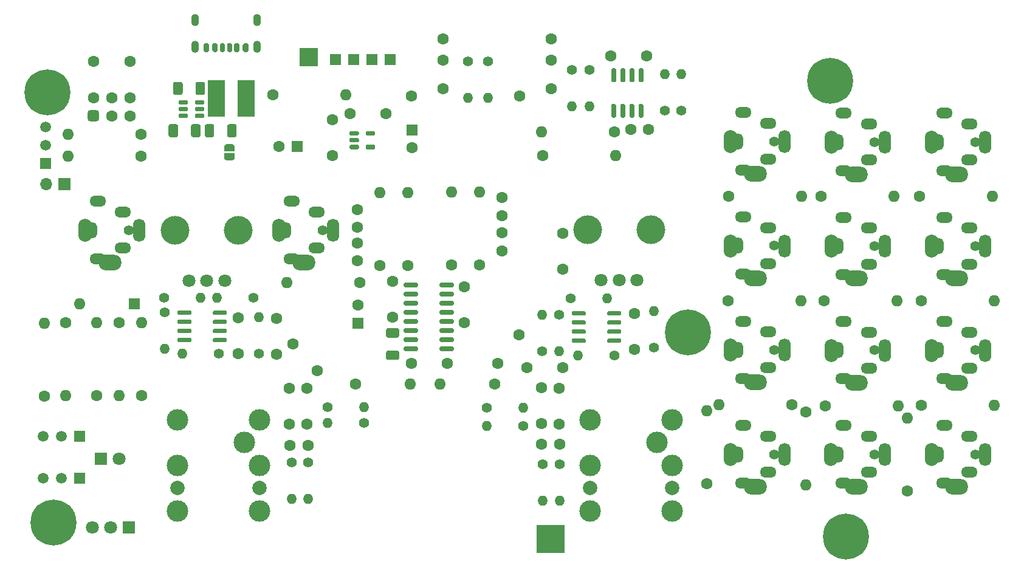
<source format=gts>
G04 #@! TF.GenerationSoftware,KiCad,Pcbnew,8.0.6*
G04 #@! TF.CreationDate,2024-11-06T00:44:51+01:00*
G04 #@! TF.ProjectId,spider2,73706964-6572-4322-9e6b-696361645f70,rev?*
G04 #@! TF.SameCoordinates,Original*
G04 #@! TF.FileFunction,Soldermask,Top*
G04 #@! TF.FilePolarity,Negative*
%FSLAX46Y46*%
G04 Gerber Fmt 4.6, Leading zero omitted, Abs format (unit mm)*
G04 Created by KiCad (PCBNEW 8.0.6) date 2024-11-06 00:44:51*
%MOMM*%
%LPD*%
G01*
G04 APERTURE LIST*
%ADD10C,1.400000*%
%ADD11O,1.400000X1.400000*%
%ADD12C,1.600000*%
%ADD13O,1.600000X1.600000*%
%ADD14R,1.600000X1.600000*%
%ADD15R,2.500000X2.500000*%
%ADD16O,2.300000X1.500000*%
%ADD17O,1.703200X3.203200*%
%ADD18O,1.903200X3.203200*%
%ADD19O,1.500000X2.300000*%
%ADD20O,3.203200X2.203200*%
%ADD21C,0.800000*%
%ADD22C,6.400000*%
%ADD23C,3.000000*%
%ADD24C,2.000000*%
%ADD25O,1.100000X1.700000*%
%ADD26R,1.500000X1.500000*%
%ADD27C,1.500000*%
%ADD28C,4.000000*%
%ADD29C,1.800000*%
%ADD30R,1.700000X1.700000*%
%ADD31O,1.700000X1.700000*%
%ADD32R,1.800000X1.800000*%
%ADD33R,2.350000X5.100000*%
%ADD34R,4.000000X4.000000*%
G04 APERTURE END LIST*
D10*
X225940000Y-73240000D03*
D11*
X225940000Y-68160000D03*
D12*
X147799400Y-33323400D03*
X152879400Y-33323400D03*
G36*
G01*
X147399400Y-40143400D02*
X148199400Y-40143400D01*
G75*
G02*
X148599400Y-40543400I0J-400000D01*
G01*
X148599400Y-41343400D01*
G75*
G02*
X148199400Y-41743400I-400000J0D01*
G01*
X147399400Y-41743400D01*
G75*
G02*
X146999400Y-41343400I0J400000D01*
G01*
X146999400Y-40543400D01*
G75*
G02*
X147399400Y-40143400I400000J0D01*
G01*
G37*
X150339400Y-40943400D03*
X152879400Y-40943400D03*
X147799400Y-38403400D03*
X150339400Y-38403400D03*
X152879400Y-38403400D03*
X262920000Y-52200000D03*
D13*
X273080000Y-52200000D03*
D12*
X219851600Y-32588200D03*
X224851600Y-32588200D03*
D10*
X214330000Y-66370000D03*
D11*
X219410000Y-66370000D03*
D10*
X227431600Y-40233600D03*
D11*
X227431600Y-35153600D03*
D12*
X187750000Y-61800000D03*
D13*
X187750000Y-51640000D03*
D10*
X220370000Y-74340000D03*
D11*
X215290000Y-74340000D03*
D12*
X263120000Y-81300000D03*
D13*
X273280000Y-81300000D03*
D10*
X177690000Y-89220000D03*
D11*
X177690000Y-94300000D03*
D14*
X192230000Y-42900000D03*
D12*
X192230000Y-45400000D03*
X204750000Y-52350000D03*
X204750000Y-54850000D03*
X204750000Y-59750000D03*
X204750000Y-57250000D03*
D14*
X153475000Y-67125000D03*
D13*
X145855000Y-67125000D03*
D12*
X154460000Y-46600000D03*
D13*
X144300000Y-46600000D03*
D10*
X202800000Y-33400000D03*
D11*
X202800000Y-38480000D03*
D12*
X208175000Y-76050000D03*
X213175000Y-76050000D03*
D15*
X177800000Y-32775000D03*
D16*
X238349112Y-92100000D03*
X241849112Y-90600000D03*
D10*
X242649112Y-88100000D03*
D17*
X244078391Y-88126253D03*
D18*
X236578391Y-88126253D03*
D19*
X237549112Y-88100000D03*
D16*
X238349112Y-84100000D03*
D20*
X240078391Y-92626253D03*
D16*
X241849112Y-85600000D03*
D21*
X248019532Y-36102461D03*
X248722476Y-34405405D03*
X248722476Y-37799517D03*
X250419532Y-33702461D03*
D22*
X250419532Y-36102461D03*
D21*
X250419532Y-38502461D03*
X252116588Y-34405405D03*
X252116588Y-37799517D03*
X252819532Y-36102461D03*
D10*
X157720000Y-68350000D03*
D11*
X157720000Y-73430000D03*
D12*
X199500000Y-69750000D03*
X199500000Y-64750000D03*
D10*
X216890600Y-34518600D03*
D11*
X216890600Y-39598600D03*
D12*
X196550000Y-33200000D03*
X196550000Y-30200000D03*
X192150000Y-38200000D03*
X196550000Y-37200000D03*
X212660000Y-83873400D03*
X212660000Y-78873400D03*
X175620000Y-72700000D03*
X178965653Y-76415724D03*
X175225000Y-86850000D03*
X177725000Y-86850000D03*
X191620000Y-61810000D03*
D13*
X191620000Y-51650000D03*
D12*
X261200000Y-93230000D03*
D13*
X261200000Y-83070000D03*
D12*
X249610000Y-66720000D03*
D13*
X259770000Y-66720000D03*
D23*
X226300000Y-86450000D03*
D24*
X228430000Y-92800000D03*
X217000000Y-92800000D03*
D23*
X217000000Y-96000000D03*
X228430000Y-89650000D03*
X217000000Y-89650000D03*
X228430000Y-96000000D03*
X228430000Y-83300000D03*
X217000000Y-83300000D03*
D12*
X184900000Y-64150000D03*
D13*
X174740000Y-64150000D03*
D23*
X168800000Y-86450000D03*
D24*
X170930000Y-92800000D03*
X159500000Y-92800000D03*
D23*
X159500000Y-96000000D03*
X170930000Y-89650000D03*
X159500000Y-89650000D03*
X170930000Y-96000000D03*
X170930000Y-83300000D03*
X159500000Y-83300000D03*
D12*
X148300000Y-79925000D03*
D13*
X148300000Y-69765000D03*
D12*
X249745000Y-81400000D03*
D13*
X259905000Y-81400000D03*
D10*
X185520000Y-83700000D03*
D11*
X180440000Y-83700000D03*
G36*
G01*
X158287636Y-43670000D02*
X158287636Y-42370000D01*
G75*
G02*
X158537636Y-42120000I250000J0D01*
G01*
X159362636Y-42120000D01*
G75*
G02*
X159612636Y-42370000I0J-250000D01*
G01*
X159612636Y-43670000D01*
G75*
G02*
X159362636Y-43920000I-250000J0D01*
G01*
X158537636Y-43920000D01*
G75*
G02*
X158287636Y-43670000I0J250000D01*
G01*
G37*
G36*
G01*
X161412636Y-43670000D02*
X161412636Y-42370000D01*
G75*
G02*
X161662636Y-42120000I250000J0D01*
G01*
X162487636Y-42120000D01*
G75*
G02*
X162737636Y-42370000I0J-250000D01*
G01*
X162737636Y-43670000D01*
G75*
G02*
X162487636Y-43920000I-250000J0D01*
G01*
X161662636Y-43920000D01*
G75*
G02*
X161412636Y-43670000I0J250000D01*
G01*
G37*
D12*
X249220000Y-52150000D03*
D13*
X259380000Y-52150000D03*
G36*
G01*
X167120000Y-31025000D02*
X167120000Y-31875000D01*
G75*
G02*
X166945000Y-32050000I-175000J0D01*
G01*
X166595000Y-32050000D01*
G75*
G02*
X166420000Y-31875000I0J175000D01*
G01*
X166420000Y-31025000D01*
G75*
G02*
X166595000Y-30850000I175000J0D01*
G01*
X166945000Y-30850000D01*
G75*
G02*
X167120000Y-31025000I0J-175000D01*
G01*
G37*
G36*
G01*
X164370000Y-31860000D02*
X164370000Y-31040000D01*
G75*
G02*
X164560000Y-30850000I190000J0D01*
G01*
X164940000Y-30850000D01*
G75*
G02*
X165130000Y-31040000I0J-190000D01*
G01*
X165130000Y-31860000D01*
G75*
G02*
X164940000Y-32050000I-190000J0D01*
G01*
X164560000Y-32050000D01*
G75*
G02*
X164370000Y-31860000I0J190000D01*
G01*
G37*
G36*
G01*
X163120000Y-31850000D02*
X163120000Y-31050000D01*
G75*
G02*
X163320000Y-30850000I200000J0D01*
G01*
X163720000Y-30850000D01*
G75*
G02*
X163920000Y-31050000I0J-200000D01*
G01*
X163920000Y-31850000D01*
G75*
G02*
X163720000Y-32050000I-200000J0D01*
G01*
X163320000Y-32050000D01*
G75*
G02*
X163120000Y-31850000I0J200000D01*
G01*
G37*
G36*
G01*
X165420000Y-31875000D02*
X165420000Y-31025000D01*
G75*
G02*
X165595000Y-30850000I175000J0D01*
G01*
X165945000Y-30850000D01*
G75*
G02*
X166120000Y-31025000I0J-175000D01*
G01*
X166120000Y-31875000D01*
G75*
G02*
X165945000Y-32050000I-175000J0D01*
G01*
X165595000Y-32050000D01*
G75*
G02*
X165420000Y-31875000I0J175000D01*
G01*
G37*
G36*
G01*
X168170000Y-31040000D02*
X168170000Y-31860000D01*
G75*
G02*
X167980000Y-32050000I-190000J0D01*
G01*
X167600000Y-32050000D01*
G75*
G02*
X167410000Y-31860000I0J190000D01*
G01*
X167410000Y-31040000D01*
G75*
G02*
X167600000Y-30850000I190000J0D01*
G01*
X167980000Y-30850000D01*
G75*
G02*
X168170000Y-31040000I0J-190000D01*
G01*
G37*
G36*
G01*
X169420000Y-31050000D02*
X169420000Y-31850000D01*
G75*
G02*
X169220000Y-32050000I-200000J0D01*
G01*
X168820000Y-32050000D01*
G75*
G02*
X168620000Y-31850000I0J200000D01*
G01*
X168620000Y-31050000D01*
G75*
G02*
X168820000Y-30850000I200000J0D01*
G01*
X169220000Y-30850000D01*
G75*
G02*
X169420000Y-31050000I0J-200000D01*
G01*
G37*
D25*
X170590000Y-31370000D03*
X170590000Y-27570000D03*
X161950000Y-31370000D03*
X161950000Y-27570000D03*
D12*
X203708000Y-78282800D03*
D13*
X196088000Y-78282800D03*
D12*
X201600000Y-61700000D03*
D13*
X201600000Y-51540000D03*
D10*
X229743000Y-40233600D03*
D11*
X229743000Y-35153600D03*
D12*
X236195000Y-66725000D03*
D13*
X246355000Y-66725000D03*
D14*
X176192380Y-45200000D03*
D12*
X173692380Y-45200000D03*
X197100000Y-75400000D03*
X192100000Y-75400000D03*
X143980000Y-69810000D03*
D13*
X143980000Y-79970000D03*
D12*
X181080000Y-41470000D03*
X181080000Y-46470000D03*
X247100000Y-82250000D03*
D13*
X247100000Y-92410000D03*
D10*
X210350000Y-73715000D03*
D11*
X210350000Y-68635000D03*
D16*
X238350000Y-63033333D03*
X241850000Y-61533333D03*
D10*
X242650000Y-59033333D03*
D17*
X244079279Y-59059586D03*
D18*
X236579279Y-59059586D03*
D19*
X237550000Y-59033333D03*
D16*
X238350000Y-55033333D03*
D20*
X240079279Y-63559586D03*
D16*
X241850000Y-56533333D03*
G36*
G01*
X214450000Y-68620000D02*
X214450000Y-68320000D01*
G75*
G02*
X214600000Y-68170000I150000J0D01*
G01*
X216250000Y-68170000D01*
G75*
G02*
X216400000Y-68320000I0J-150000D01*
G01*
X216400000Y-68620000D01*
G75*
G02*
X216250000Y-68770000I-150000J0D01*
G01*
X214600000Y-68770000D01*
G75*
G02*
X214450000Y-68620000I0J150000D01*
G01*
G37*
G36*
G01*
X214450000Y-69890000D02*
X214450000Y-69590000D01*
G75*
G02*
X214600000Y-69440000I150000J0D01*
G01*
X216250000Y-69440000D01*
G75*
G02*
X216400000Y-69590000I0J-150000D01*
G01*
X216400000Y-69890000D01*
G75*
G02*
X216250000Y-70040000I-150000J0D01*
G01*
X214600000Y-70040000D01*
G75*
G02*
X214450000Y-69890000I0J150000D01*
G01*
G37*
G36*
G01*
X214450000Y-71160000D02*
X214450000Y-70860000D01*
G75*
G02*
X214600000Y-70710000I150000J0D01*
G01*
X216250000Y-70710000D01*
G75*
G02*
X216400000Y-70860000I0J-150000D01*
G01*
X216400000Y-71160000D01*
G75*
G02*
X216250000Y-71310000I-150000J0D01*
G01*
X214600000Y-71310000D01*
G75*
G02*
X214450000Y-71160000I0J150000D01*
G01*
G37*
G36*
G01*
X214450000Y-72430000D02*
X214450000Y-72130000D01*
G75*
G02*
X214600000Y-71980000I150000J0D01*
G01*
X216250000Y-71980000D01*
G75*
G02*
X216400000Y-72130000I0J-150000D01*
G01*
X216400000Y-72430000D01*
G75*
G02*
X216250000Y-72580000I-150000J0D01*
G01*
X214600000Y-72580000D01*
G75*
G02*
X214450000Y-72430000I0J150000D01*
G01*
G37*
G36*
G01*
X219400000Y-72430000D02*
X219400000Y-72130000D01*
G75*
G02*
X219550000Y-71980000I150000J0D01*
G01*
X221200000Y-71980000D01*
G75*
G02*
X221350000Y-72130000I0J-150000D01*
G01*
X221350000Y-72430000D01*
G75*
G02*
X221200000Y-72580000I-150000J0D01*
G01*
X219550000Y-72580000D01*
G75*
G02*
X219400000Y-72430000I0J150000D01*
G01*
G37*
G36*
G01*
X219400000Y-71160000D02*
X219400000Y-70860000D01*
G75*
G02*
X219550000Y-70710000I150000J0D01*
G01*
X221200000Y-70710000D01*
G75*
G02*
X221350000Y-70860000I0J-150000D01*
G01*
X221350000Y-71160000D01*
G75*
G02*
X221200000Y-71310000I-150000J0D01*
G01*
X219550000Y-71310000D01*
G75*
G02*
X219400000Y-71160000I0J150000D01*
G01*
G37*
G36*
G01*
X219400000Y-69890000D02*
X219400000Y-69590000D01*
G75*
G02*
X219550000Y-69440000I150000J0D01*
G01*
X221200000Y-69440000D01*
G75*
G02*
X221350000Y-69590000I0J-150000D01*
G01*
X221350000Y-69890000D01*
G75*
G02*
X221200000Y-70040000I-150000J0D01*
G01*
X219550000Y-70040000D01*
G75*
G02*
X219400000Y-69890000I0J150000D01*
G01*
G37*
G36*
G01*
X219400000Y-68620000D02*
X219400000Y-68320000D01*
G75*
G02*
X219550000Y-68170000I150000J0D01*
G01*
X221200000Y-68170000D01*
G75*
G02*
X221350000Y-68320000I0J-150000D01*
G01*
X221350000Y-68620000D01*
G75*
G02*
X221200000Y-68770000I-150000J0D01*
G01*
X219550000Y-68770000D01*
G75*
G02*
X219400000Y-68620000I0J150000D01*
G01*
G37*
D26*
X145860000Y-85630000D03*
D27*
X143320000Y-85630000D03*
X140780000Y-85630000D03*
D12*
X173325000Y-69175000D03*
X173325000Y-74175000D03*
X175100000Y-83875000D03*
X175100000Y-78875000D03*
X210388200Y-46456600D03*
D13*
X220548200Y-46456600D03*
D26*
X189176000Y-33075000D03*
D16*
X238350000Y-77566666D03*
X241850000Y-76066666D03*
D10*
X242650000Y-73566666D03*
D17*
X244079279Y-73592919D03*
D18*
X236579279Y-73592919D03*
D19*
X237550000Y-73566666D03*
D16*
X238350000Y-69566666D03*
D20*
X240079279Y-78092919D03*
D16*
X241850000Y-71066666D03*
X175424065Y-60868249D03*
X178924065Y-59368249D03*
D10*
X179724065Y-56868249D03*
D17*
X181153344Y-56894502D03*
D18*
X173653344Y-56894502D03*
D19*
X174624065Y-56868249D03*
D16*
X175424065Y-52868249D03*
D20*
X177153344Y-61394502D03*
D16*
X178924065Y-54368249D03*
D21*
X228260142Y-71088261D03*
X228963086Y-69391205D03*
X228963086Y-72785317D03*
X230660142Y-68688261D03*
D22*
X230660142Y-71088261D03*
D21*
X230660142Y-73488261D03*
X232357198Y-69391205D03*
X232357198Y-72785317D03*
X233060142Y-71088261D03*
D12*
X154460000Y-43540000D03*
D13*
X144300000Y-43540000D03*
G36*
X166015000Y-45870000D02*
G01*
X166015000Y-45370000D01*
X166020089Y-45370000D01*
X166020089Y-45298843D01*
X166060184Y-45162292D01*
X166137125Y-45042570D01*
X166244680Y-44949373D01*
X166374134Y-44890254D01*
X166515000Y-44870000D01*
X167015000Y-44870000D01*
X167155866Y-44890254D01*
X167285320Y-44949373D01*
X167392875Y-45042570D01*
X167469816Y-45162292D01*
X167509911Y-45298843D01*
X167509911Y-45370000D01*
X167515000Y-45370000D01*
X167515000Y-45870000D01*
X166015000Y-45870000D01*
G37*
G36*
X167509911Y-46670000D02*
G01*
X167509911Y-46741157D01*
X167469816Y-46877708D01*
X167392875Y-46997430D01*
X167285320Y-47090627D01*
X167155866Y-47149746D01*
X167015000Y-47170000D01*
X166515000Y-47170000D01*
X166374134Y-47149746D01*
X166244680Y-47090627D01*
X166137125Y-46997430D01*
X166060184Y-46877708D01*
X166020089Y-46741157D01*
X166020089Y-46670000D01*
X166015000Y-46670000D01*
X166015000Y-46170000D01*
X167515000Y-46170000D01*
X167515000Y-46670000D01*
X167509911Y-46670000D01*
G37*
D16*
X266350000Y-48600000D03*
X269850000Y-47100000D03*
D10*
X270650000Y-44600000D03*
D17*
X272079279Y-44626253D03*
D18*
X264579279Y-44626253D03*
D19*
X265550000Y-44600000D03*
D16*
X266350000Y-40600000D03*
D20*
X268079279Y-49126253D03*
D16*
X269850000Y-42100000D03*
D12*
X184550000Y-56500000D03*
X184550000Y-54000000D03*
D26*
X181571000Y-33075000D03*
D10*
X202635000Y-81625000D03*
D11*
X207715000Y-81625000D03*
D28*
X159200000Y-56900000D03*
X168000000Y-56900000D03*
D29*
X166100000Y-63900000D03*
X163600000Y-63900000D03*
X161100000Y-63900000D03*
D12*
X207060000Y-71420000D03*
X204121074Y-75465085D03*
X189500000Y-69000000D03*
X189500000Y-64000000D03*
D26*
X184111000Y-33075000D03*
D10*
X175420000Y-89230000D03*
D11*
X175420000Y-94310000D03*
D26*
X186651000Y-33075000D03*
D12*
X172780000Y-38050000D03*
D13*
X182940000Y-38050000D03*
D26*
X145860000Y-91470000D03*
D27*
X143320000Y-91470000D03*
X140780000Y-91470000D03*
D12*
X151400000Y-69775000D03*
D13*
X151400000Y-79935000D03*
D16*
X266350000Y-77600000D03*
X269850000Y-76100000D03*
D10*
X270650000Y-73600000D03*
D17*
X272079279Y-73626253D03*
D18*
X264579279Y-73626253D03*
D19*
X265550000Y-73600000D03*
D16*
X266350000Y-69600000D03*
D20*
X268079279Y-78126253D03*
D16*
X269850000Y-71100000D03*
D10*
X157675000Y-66325000D03*
D11*
X162754999Y-66325000D03*
D30*
X143750000Y-50450000D03*
D31*
X141210000Y-50450000D03*
D12*
X188530000Y-40680000D03*
X183530000Y-40680000D03*
D21*
X250250000Y-99550000D03*
X250952944Y-97852944D03*
X250952944Y-101247056D03*
X252650000Y-97150000D03*
D22*
X252650000Y-99550000D03*
D21*
X252650000Y-101950000D03*
X254347056Y-97852944D03*
X254347056Y-101247056D03*
X255050000Y-99550000D03*
D10*
X210400000Y-89535000D03*
D11*
X210400000Y-94615000D03*
G36*
G01*
X183470000Y-43550000D02*
X183470000Y-43250000D01*
G75*
G02*
X183620000Y-43100000I150000J0D01*
G01*
X184645000Y-43100000D01*
G75*
G02*
X184795000Y-43250000I0J-150000D01*
G01*
X184795000Y-43550000D01*
G75*
G02*
X184645000Y-43700000I-150000J0D01*
G01*
X183620000Y-43700000D01*
G75*
G02*
X183470000Y-43550000I0J150000D01*
G01*
G37*
G36*
G01*
X183470000Y-44500000D02*
X183470000Y-44200000D01*
G75*
G02*
X183620000Y-44050000I150000J0D01*
G01*
X184645000Y-44050000D01*
G75*
G02*
X184795000Y-44200000I0J-150000D01*
G01*
X184795000Y-44500000D01*
G75*
G02*
X184645000Y-44650000I-150000J0D01*
G01*
X183620000Y-44650000D01*
G75*
G02*
X183470000Y-44500000I0J150000D01*
G01*
G37*
G36*
G01*
X183470000Y-45450000D02*
X183470000Y-45150000D01*
G75*
G02*
X183620000Y-45000000I150000J0D01*
G01*
X184645000Y-45000000D01*
G75*
G02*
X184795000Y-45150000I0J-150000D01*
G01*
X184795000Y-45450000D01*
G75*
G02*
X184645000Y-45600000I-150000J0D01*
G01*
X183620000Y-45600000D01*
G75*
G02*
X183470000Y-45450000I0J150000D01*
G01*
G37*
G36*
G01*
X185745000Y-45450000D02*
X185745000Y-45150000D01*
G75*
G02*
X185895000Y-45000000I150000J0D01*
G01*
X186920000Y-45000000D01*
G75*
G02*
X187070000Y-45150000I0J-150000D01*
G01*
X187070000Y-45450000D01*
G75*
G02*
X186920000Y-45600000I-150000J0D01*
G01*
X185895000Y-45600000D01*
G75*
G02*
X185745000Y-45450000I0J150000D01*
G01*
G37*
G36*
G01*
X185745000Y-43550000D02*
X185745000Y-43250000D01*
G75*
G02*
X185895000Y-43100000I150000J0D01*
G01*
X186920000Y-43100000D01*
G75*
G02*
X187070000Y-43250000I0J-150000D01*
G01*
X187070000Y-43550000D01*
G75*
G02*
X186920000Y-43700000I-150000J0D01*
G01*
X185895000Y-43700000D01*
G75*
G02*
X185745000Y-43550000I0J150000D01*
G01*
G37*
D12*
X236270000Y-52150000D03*
D13*
X246430000Y-52150000D03*
D10*
X214477600Y-34544000D03*
D11*
X214477600Y-39624000D03*
D12*
X211550000Y-33200000D03*
X211550000Y-30200000D03*
X207150000Y-38200000D03*
X211550000Y-37200000D03*
D16*
X266350000Y-63100000D03*
X269850000Y-61600000D03*
D10*
X270650000Y-59100000D03*
D17*
X272079279Y-59126253D03*
D18*
X264579279Y-59126253D03*
D19*
X265550000Y-59100000D03*
D16*
X266350000Y-55100000D03*
D20*
X268079279Y-63626253D03*
D16*
X269850000Y-56600000D03*
X238350000Y-48500000D03*
X241850000Y-47000000D03*
D10*
X242650000Y-44500000D03*
D17*
X244079279Y-44526253D03*
D18*
X236579279Y-44526253D03*
D19*
X237550000Y-44500000D03*
D16*
X238350000Y-40500000D03*
D20*
X240079279Y-49026253D03*
D16*
X241850000Y-42000000D03*
G36*
G01*
X220458400Y-41219800D02*
X220158400Y-41219800D01*
G75*
G02*
X220008400Y-41069800I0J150000D01*
G01*
X220008400Y-39419800D01*
G75*
G02*
X220158400Y-39269800I150000J0D01*
G01*
X220458400Y-39269800D01*
G75*
G02*
X220608400Y-39419800I0J-150000D01*
G01*
X220608400Y-41069800D01*
G75*
G02*
X220458400Y-41219800I-150000J0D01*
G01*
G37*
G36*
G01*
X221728400Y-41219800D02*
X221428400Y-41219800D01*
G75*
G02*
X221278400Y-41069800I0J150000D01*
G01*
X221278400Y-39419800D01*
G75*
G02*
X221428400Y-39269800I150000J0D01*
G01*
X221728400Y-39269800D01*
G75*
G02*
X221878400Y-39419800I0J-150000D01*
G01*
X221878400Y-41069800D01*
G75*
G02*
X221728400Y-41219800I-150000J0D01*
G01*
G37*
G36*
G01*
X222998400Y-41219800D02*
X222698400Y-41219800D01*
G75*
G02*
X222548400Y-41069800I0J150000D01*
G01*
X222548400Y-39419800D01*
G75*
G02*
X222698400Y-39269800I150000J0D01*
G01*
X222998400Y-39269800D01*
G75*
G02*
X223148400Y-39419800I0J-150000D01*
G01*
X223148400Y-41069800D01*
G75*
G02*
X222998400Y-41219800I-150000J0D01*
G01*
G37*
G36*
G01*
X224268400Y-41219800D02*
X223968400Y-41219800D01*
G75*
G02*
X223818400Y-41069800I0J150000D01*
G01*
X223818400Y-39419800D01*
G75*
G02*
X223968400Y-39269800I150000J0D01*
G01*
X224268400Y-39269800D01*
G75*
G02*
X224418400Y-39419800I0J-150000D01*
G01*
X224418400Y-41069800D01*
G75*
G02*
X224268400Y-41219800I-150000J0D01*
G01*
G37*
G36*
G01*
X224268400Y-36269800D02*
X223968400Y-36269800D01*
G75*
G02*
X223818400Y-36119800I0J150000D01*
G01*
X223818400Y-34469800D01*
G75*
G02*
X223968400Y-34319800I150000J0D01*
G01*
X224268400Y-34319800D01*
G75*
G02*
X224418400Y-34469800I0J-150000D01*
G01*
X224418400Y-36119800D01*
G75*
G02*
X224268400Y-36269800I-150000J0D01*
G01*
G37*
G36*
G01*
X222998400Y-36269800D02*
X222698400Y-36269800D01*
G75*
G02*
X222548400Y-36119800I0J150000D01*
G01*
X222548400Y-34469800D01*
G75*
G02*
X222698400Y-34319800I150000J0D01*
G01*
X222998400Y-34319800D01*
G75*
G02*
X223148400Y-34469800I0J-150000D01*
G01*
X223148400Y-36119800D01*
G75*
G02*
X222998400Y-36269800I-150000J0D01*
G01*
G37*
G36*
G01*
X221728400Y-36269800D02*
X221428400Y-36269800D01*
G75*
G02*
X221278400Y-36119800I0J150000D01*
G01*
X221278400Y-34469800D01*
G75*
G02*
X221428400Y-34319800I150000J0D01*
G01*
X221728400Y-34319800D01*
G75*
G02*
X221878400Y-34469800I0J-150000D01*
G01*
X221878400Y-36119800D01*
G75*
G02*
X221728400Y-36269800I-150000J0D01*
G01*
G37*
G36*
G01*
X220458400Y-36269800D02*
X220158400Y-36269800D01*
G75*
G02*
X220008400Y-36119800I0J150000D01*
G01*
X220008400Y-34469800D01*
G75*
G02*
X220158400Y-34319800I150000J0D01*
G01*
X220458400Y-34319800D01*
G75*
G02*
X220608400Y-34469800I0J-150000D01*
G01*
X220608400Y-36119800D01*
G75*
G02*
X220458400Y-36269800I-150000J0D01*
G01*
G37*
D12*
X263120000Y-66750000D03*
D13*
X273280000Y-66750000D03*
D12*
X233260000Y-92180000D03*
D13*
X233260000Y-82020000D03*
D16*
X252350000Y-63100000D03*
X255850000Y-61600000D03*
D10*
X256650000Y-59100000D03*
D17*
X258079279Y-59126253D03*
D18*
X250579279Y-59126253D03*
D19*
X251550000Y-59100000D03*
D16*
X252350000Y-55100000D03*
D20*
X254079279Y-63626253D03*
D16*
X255850000Y-56600000D03*
D10*
X170825000Y-74125000D03*
D11*
X170825000Y-69045000D03*
D16*
X252350000Y-77600000D03*
X255850000Y-76100000D03*
D10*
X256650000Y-73600000D03*
D17*
X258079279Y-73626253D03*
D18*
X250579279Y-73626253D03*
D19*
X251550000Y-73600000D03*
D16*
X252350000Y-69600000D03*
D20*
X254079279Y-78126253D03*
D16*
X255850000Y-71100000D03*
X252350000Y-48600000D03*
X255850000Y-47100000D03*
D10*
X256650000Y-44600000D03*
D17*
X258079279Y-44626253D03*
D18*
X250579279Y-44626253D03*
D19*
X251550000Y-44600000D03*
D16*
X252350000Y-40600000D03*
D20*
X254079279Y-49126253D03*
D16*
X255850000Y-42100000D03*
D10*
X212675000Y-68670000D03*
D11*
X212675000Y-73750000D03*
D10*
X170125000Y-66300000D03*
D11*
X165045000Y-66300000D03*
D12*
X225176400Y-42849800D03*
X222676400Y-42849800D03*
X184550000Y-58650000D03*
X184550000Y-61150000D03*
D16*
X148415198Y-60869712D03*
X151915198Y-59369712D03*
D10*
X152715198Y-56869712D03*
D17*
X154144477Y-56895965D03*
D18*
X146644477Y-56895965D03*
D19*
X147615198Y-56869712D03*
D16*
X148415198Y-52869712D03*
D20*
X150144477Y-61395965D03*
D16*
X151915198Y-54369712D03*
D12*
X167960000Y-74115000D03*
X167960000Y-69115000D03*
D10*
X165270000Y-74100000D03*
D11*
X160190000Y-74100000D03*
D16*
X252349112Y-92100000D03*
X255849112Y-90600000D03*
D10*
X256649112Y-88100000D03*
D17*
X258078391Y-88126253D03*
D18*
X250578391Y-88126253D03*
D19*
X251549112Y-88100000D03*
D16*
X252349112Y-84100000D03*
D20*
X254078391Y-92626253D03*
D16*
X255849112Y-85600000D03*
X266350000Y-92100000D03*
X269850000Y-90600000D03*
D10*
X270650000Y-88100000D03*
D17*
X272079279Y-88126253D03*
D18*
X264579279Y-88126253D03*
D19*
X265550000Y-88100000D03*
D16*
X266350000Y-84100000D03*
D20*
X268079279Y-92626253D03*
D16*
X269850000Y-85600000D03*
D12*
X177513000Y-83875000D03*
X177513000Y-78875000D03*
G36*
G01*
X163365000Y-36470000D02*
X163365000Y-37770000D01*
G75*
G02*
X163115000Y-38020000I-250000J0D01*
G01*
X162290000Y-38020000D01*
G75*
G02*
X162040000Y-37770000I0J250000D01*
G01*
X162040000Y-36470000D01*
G75*
G02*
X162290000Y-36220000I250000J0D01*
G01*
X163115000Y-36220000D01*
G75*
G02*
X163365000Y-36470000I0J-250000D01*
G01*
G37*
G36*
G01*
X160240000Y-36470000D02*
X160240000Y-37770000D01*
G75*
G02*
X159990000Y-38020000I-250000J0D01*
G01*
X159165000Y-38020000D01*
G75*
G02*
X158915000Y-37770000I0J250000D01*
G01*
X158915000Y-36470000D01*
G75*
G02*
X159165000Y-36220000I250000J0D01*
G01*
X159990000Y-36220000D01*
G75*
G02*
X160240000Y-36470000I0J-250000D01*
G01*
G37*
X154500000Y-79925000D03*
D13*
X154500000Y-69765000D03*
D12*
X184300000Y-78300000D03*
D13*
X191920000Y-78300000D03*
G36*
G01*
X163315000Y-43670778D02*
X163315000Y-42370778D01*
G75*
G02*
X163565000Y-42120778I250000J0D01*
G01*
X164390000Y-42120778D01*
G75*
G02*
X164640000Y-42370778I0J-250000D01*
G01*
X164640000Y-43670778D01*
G75*
G02*
X164390000Y-43920778I-250000J0D01*
G01*
X163565000Y-43920778D01*
G75*
G02*
X163315000Y-43670778I0J250000D01*
G01*
G37*
G36*
G01*
X166440000Y-43670778D02*
X166440000Y-42370778D01*
G75*
G02*
X166690000Y-42120778I250000J0D01*
G01*
X167515000Y-42120778D01*
G75*
G02*
X167765000Y-42370778I0J-250000D01*
G01*
X167765000Y-43670778D01*
G75*
G02*
X167515000Y-43920778I-250000J0D01*
G01*
X166690000Y-43920778D01*
G75*
G02*
X166440000Y-43670778I0J250000D01*
G01*
G37*
D32*
X148875000Y-88725000D03*
D29*
X151415000Y-88725000D03*
D10*
X200000000Y-33400000D03*
D11*
X200000000Y-38480000D03*
G36*
G01*
X191050000Y-64670000D02*
X191050000Y-64370000D01*
G75*
G02*
X191200000Y-64220000I150000J0D01*
G01*
X192900000Y-64220000D01*
G75*
G02*
X193050000Y-64370000I0J-150000D01*
G01*
X193050000Y-64670000D01*
G75*
G02*
X192900000Y-64820000I-150000J0D01*
G01*
X191200000Y-64820000D01*
G75*
G02*
X191050000Y-64670000I0J150000D01*
G01*
G37*
G36*
G01*
X191050000Y-65940000D02*
X191050000Y-65640000D01*
G75*
G02*
X191200000Y-65490000I150000J0D01*
G01*
X192900000Y-65490000D01*
G75*
G02*
X193050000Y-65640000I0J-150000D01*
G01*
X193050000Y-65940000D01*
G75*
G02*
X192900000Y-66090000I-150000J0D01*
G01*
X191200000Y-66090000D01*
G75*
G02*
X191050000Y-65940000I0J150000D01*
G01*
G37*
G36*
G01*
X191050000Y-67210000D02*
X191050000Y-66910000D01*
G75*
G02*
X191200000Y-66760000I150000J0D01*
G01*
X192900000Y-66760000D01*
G75*
G02*
X193050000Y-66910000I0J-150000D01*
G01*
X193050000Y-67210000D01*
G75*
G02*
X192900000Y-67360000I-150000J0D01*
G01*
X191200000Y-67360000D01*
G75*
G02*
X191050000Y-67210000I0J150000D01*
G01*
G37*
G36*
G01*
X191050000Y-68480000D02*
X191050000Y-68180000D01*
G75*
G02*
X191200000Y-68030000I150000J0D01*
G01*
X192900000Y-68030000D01*
G75*
G02*
X193050000Y-68180000I0J-150000D01*
G01*
X193050000Y-68480000D01*
G75*
G02*
X192900000Y-68630000I-150000J0D01*
G01*
X191200000Y-68630000D01*
G75*
G02*
X191050000Y-68480000I0J150000D01*
G01*
G37*
G36*
G01*
X191050000Y-69750000D02*
X191050000Y-69450000D01*
G75*
G02*
X191200000Y-69300000I150000J0D01*
G01*
X192900000Y-69300000D01*
G75*
G02*
X193050000Y-69450000I0J-150000D01*
G01*
X193050000Y-69750000D01*
G75*
G02*
X192900000Y-69900000I-150000J0D01*
G01*
X191200000Y-69900000D01*
G75*
G02*
X191050000Y-69750000I0J150000D01*
G01*
G37*
G36*
G01*
X191050000Y-71020000D02*
X191050000Y-70720000D01*
G75*
G02*
X191200000Y-70570000I150000J0D01*
G01*
X192900000Y-70570000D01*
G75*
G02*
X193050000Y-70720000I0J-150000D01*
G01*
X193050000Y-71020000D01*
G75*
G02*
X192900000Y-71170000I-150000J0D01*
G01*
X191200000Y-71170000D01*
G75*
G02*
X191050000Y-71020000I0J150000D01*
G01*
G37*
G36*
G01*
X191050000Y-72290000D02*
X191050000Y-71990000D01*
G75*
G02*
X191200000Y-71840000I150000J0D01*
G01*
X192900000Y-71840000D01*
G75*
G02*
X193050000Y-71990000I0J-150000D01*
G01*
X193050000Y-72290000D01*
G75*
G02*
X192900000Y-72440000I-150000J0D01*
G01*
X191200000Y-72440000D01*
G75*
G02*
X191050000Y-72290000I0J150000D01*
G01*
G37*
G36*
G01*
X191050000Y-73560000D02*
X191050000Y-73260000D01*
G75*
G02*
X191200000Y-73110000I150000J0D01*
G01*
X192900000Y-73110000D01*
G75*
G02*
X193050000Y-73260000I0J-150000D01*
G01*
X193050000Y-73560000D01*
G75*
G02*
X192900000Y-73710000I-150000J0D01*
G01*
X191200000Y-73710000D01*
G75*
G02*
X191050000Y-73560000I0J150000D01*
G01*
G37*
G36*
G01*
X196050000Y-73560000D02*
X196050000Y-73260000D01*
G75*
G02*
X196200000Y-73110000I150000J0D01*
G01*
X197900000Y-73110000D01*
G75*
G02*
X198050000Y-73260000I0J-150000D01*
G01*
X198050000Y-73560000D01*
G75*
G02*
X197900000Y-73710000I-150000J0D01*
G01*
X196200000Y-73710000D01*
G75*
G02*
X196050000Y-73560000I0J150000D01*
G01*
G37*
G36*
G01*
X196050000Y-72290000D02*
X196050000Y-71990000D01*
G75*
G02*
X196200000Y-71840000I150000J0D01*
G01*
X197900000Y-71840000D01*
G75*
G02*
X198050000Y-71990000I0J-150000D01*
G01*
X198050000Y-72290000D01*
G75*
G02*
X197900000Y-72440000I-150000J0D01*
G01*
X196200000Y-72440000D01*
G75*
G02*
X196050000Y-72290000I0J150000D01*
G01*
G37*
G36*
G01*
X196050000Y-71020000D02*
X196050000Y-70720000D01*
G75*
G02*
X196200000Y-70570000I150000J0D01*
G01*
X197900000Y-70570000D01*
G75*
G02*
X198050000Y-70720000I0J-150000D01*
G01*
X198050000Y-71020000D01*
G75*
G02*
X197900000Y-71170000I-150000J0D01*
G01*
X196200000Y-71170000D01*
G75*
G02*
X196050000Y-71020000I0J150000D01*
G01*
G37*
G36*
G01*
X196050000Y-69750000D02*
X196050000Y-69450000D01*
G75*
G02*
X196200000Y-69300000I150000J0D01*
G01*
X197900000Y-69300000D01*
G75*
G02*
X198050000Y-69450000I0J-150000D01*
G01*
X198050000Y-69750000D01*
G75*
G02*
X197900000Y-69900000I-150000J0D01*
G01*
X196200000Y-69900000D01*
G75*
G02*
X196050000Y-69750000I0J150000D01*
G01*
G37*
G36*
G01*
X196050000Y-68480000D02*
X196050000Y-68180000D01*
G75*
G02*
X196200000Y-68030000I150000J0D01*
G01*
X197900000Y-68030000D01*
G75*
G02*
X198050000Y-68180000I0J-150000D01*
G01*
X198050000Y-68480000D01*
G75*
G02*
X197900000Y-68630000I-150000J0D01*
G01*
X196200000Y-68630000D01*
G75*
G02*
X196050000Y-68480000I0J150000D01*
G01*
G37*
G36*
G01*
X196050000Y-67210000D02*
X196050000Y-66910000D01*
G75*
G02*
X196200000Y-66760000I150000J0D01*
G01*
X197900000Y-66760000D01*
G75*
G02*
X198050000Y-66910000I0J-150000D01*
G01*
X198050000Y-67210000D01*
G75*
G02*
X197900000Y-67360000I-150000J0D01*
G01*
X196200000Y-67360000D01*
G75*
G02*
X196050000Y-67210000I0J150000D01*
G01*
G37*
G36*
G01*
X196050000Y-65940000D02*
X196050000Y-65640000D01*
G75*
G02*
X196200000Y-65490000I150000J0D01*
G01*
X197900000Y-65490000D01*
G75*
G02*
X198050000Y-65640000I0J-150000D01*
G01*
X198050000Y-65940000D01*
G75*
G02*
X197900000Y-66090000I-150000J0D01*
G01*
X196200000Y-66090000D01*
G75*
G02*
X196050000Y-65940000I0J150000D01*
G01*
G37*
G36*
G01*
X196050000Y-64670000D02*
X196050000Y-64370000D01*
G75*
G02*
X196200000Y-64220000I150000J0D01*
G01*
X197900000Y-64220000D01*
G75*
G02*
X198050000Y-64370000I0J-150000D01*
G01*
X198050000Y-64670000D01*
G75*
G02*
X197900000Y-64820000I-150000J0D01*
G01*
X196200000Y-64820000D01*
G75*
G02*
X196050000Y-64670000I0J150000D01*
G01*
G37*
D10*
X207715000Y-84150000D03*
D11*
X202635000Y-84150000D03*
D12*
X220395800Y-43180000D03*
D13*
X210235800Y-43180000D03*
D12*
X210250000Y-83850000D03*
X210250000Y-78850000D03*
D28*
X216650000Y-56800000D03*
X225450000Y-56800000D03*
D29*
X223550000Y-63800000D03*
X221050000Y-63800000D03*
X218550000Y-63800000D03*
D12*
X197735200Y-61700000D03*
D13*
X197735200Y-51540000D03*
D10*
X212775000Y-89535000D03*
D11*
X212775000Y-94615000D03*
D12*
X213156800Y-57317000D03*
X213156800Y-62317000D03*
G36*
G01*
X159660100Y-39220000D02*
X159660100Y-38920000D01*
G75*
G02*
X159810100Y-38770000I150000J0D01*
G01*
X160835100Y-38770000D01*
G75*
G02*
X160985100Y-38920000I0J-150000D01*
G01*
X160985100Y-39220000D01*
G75*
G02*
X160835100Y-39370000I-150000J0D01*
G01*
X159810100Y-39370000D01*
G75*
G02*
X159660100Y-39220000I0J150000D01*
G01*
G37*
G36*
G01*
X159660100Y-40170000D02*
X159660100Y-39870000D01*
G75*
G02*
X159810100Y-39720000I150000J0D01*
G01*
X160835100Y-39720000D01*
G75*
G02*
X160985100Y-39870000I0J-150000D01*
G01*
X160985100Y-40170000D01*
G75*
G02*
X160835100Y-40320000I-150000J0D01*
G01*
X159810100Y-40320000D01*
G75*
G02*
X159660100Y-40170000I0J150000D01*
G01*
G37*
G36*
G01*
X159660100Y-41120000D02*
X159660100Y-40820000D01*
G75*
G02*
X159810100Y-40670000I150000J0D01*
G01*
X160835100Y-40670000D01*
G75*
G02*
X160985100Y-40820000I0J-150000D01*
G01*
X160985100Y-41120000D01*
G75*
G02*
X160835100Y-41270000I-150000J0D01*
G01*
X159810100Y-41270000D01*
G75*
G02*
X159660100Y-41120000I0J150000D01*
G01*
G37*
G36*
G01*
X161935100Y-41120000D02*
X161935100Y-40820000D01*
G75*
G02*
X162085100Y-40670000I150000J0D01*
G01*
X163110100Y-40670000D01*
G75*
G02*
X163260100Y-40820000I0J-150000D01*
G01*
X163260100Y-41120000D01*
G75*
G02*
X163110100Y-41270000I-150000J0D01*
G01*
X162085100Y-41270000D01*
G75*
G02*
X161935100Y-41120000I0J150000D01*
G01*
G37*
G36*
G01*
X161935100Y-40170000D02*
X161935100Y-39870000D01*
G75*
G02*
X162085100Y-39720000I150000J0D01*
G01*
X163110100Y-39720000D01*
G75*
G02*
X163260100Y-39870000I0J-150000D01*
G01*
X163260100Y-40170000D01*
G75*
G02*
X163110100Y-40320000I-150000J0D01*
G01*
X162085100Y-40320000D01*
G75*
G02*
X161935100Y-40170000I0J150000D01*
G01*
G37*
G36*
G01*
X161935100Y-39220000D02*
X161935100Y-38920000D01*
G75*
G02*
X162085100Y-38770000I150000J0D01*
G01*
X163110100Y-38770000D01*
G75*
G02*
X163260100Y-38920000I0J-150000D01*
G01*
X163260100Y-39220000D01*
G75*
G02*
X163110100Y-39370000I-150000J0D01*
G01*
X162085100Y-39370000D01*
G75*
G02*
X161935100Y-39220000I0J150000D01*
G01*
G37*
X245080000Y-81225000D03*
D13*
X234920000Y-81225000D03*
D33*
X164965000Y-38520000D03*
X169115000Y-38520000D03*
D32*
X152742934Y-98294059D03*
D29*
X150202934Y-98294059D03*
X147662934Y-98294059D03*
D10*
X180460000Y-81500000D03*
D11*
X185540000Y-81500000D03*
D21*
X139840000Y-97590000D03*
X140542944Y-95892944D03*
X140542944Y-99287056D03*
X142240000Y-95190000D03*
D22*
X142240000Y-97590000D03*
D21*
X142240000Y-99990000D03*
X143937056Y-95892944D03*
X143937056Y-99287056D03*
X144640000Y-97590000D03*
D12*
X140970000Y-79980000D03*
D13*
X140970000Y-69820000D03*
D12*
X223160000Y-73520000D03*
X223160000Y-68520000D03*
X210250000Y-86675000D03*
X212750000Y-86675000D03*
D14*
X184650000Y-69850000D03*
D12*
X184650000Y-67350000D03*
D21*
X138994600Y-37691600D03*
X139697544Y-35994544D03*
X139697544Y-39388656D03*
X141394600Y-35291600D03*
D22*
X141394600Y-37691600D03*
D21*
X141394600Y-40091600D03*
X143091656Y-35994544D03*
X143091656Y-39388656D03*
X143794600Y-37691600D03*
G36*
G01*
X159510000Y-68535000D02*
X159510000Y-68235000D01*
G75*
G02*
X159660000Y-68085000I150000J0D01*
G01*
X161310000Y-68085000D01*
G75*
G02*
X161460000Y-68235000I0J-150000D01*
G01*
X161460000Y-68535000D01*
G75*
G02*
X161310000Y-68685000I-150000J0D01*
G01*
X159660000Y-68685000D01*
G75*
G02*
X159510000Y-68535000I0J150000D01*
G01*
G37*
G36*
G01*
X159510000Y-69805000D02*
X159510000Y-69505000D01*
G75*
G02*
X159660000Y-69355000I150000J0D01*
G01*
X161310000Y-69355000D01*
G75*
G02*
X161460000Y-69505000I0J-150000D01*
G01*
X161460000Y-69805000D01*
G75*
G02*
X161310000Y-69955000I-150000J0D01*
G01*
X159660000Y-69955000D01*
G75*
G02*
X159510000Y-69805000I0J150000D01*
G01*
G37*
G36*
G01*
X159510000Y-71075000D02*
X159510000Y-70775000D01*
G75*
G02*
X159660000Y-70625000I150000J0D01*
G01*
X161310000Y-70625000D01*
G75*
G02*
X161460000Y-70775000I0J-150000D01*
G01*
X161460000Y-71075000D01*
G75*
G02*
X161310000Y-71225000I-150000J0D01*
G01*
X159660000Y-71225000D01*
G75*
G02*
X159510000Y-71075000I0J150000D01*
G01*
G37*
G36*
G01*
X159510000Y-72345000D02*
X159510000Y-72045000D01*
G75*
G02*
X159660000Y-71895000I150000J0D01*
G01*
X161310000Y-71895000D01*
G75*
G02*
X161460000Y-72045000I0J-150000D01*
G01*
X161460000Y-72345000D01*
G75*
G02*
X161310000Y-72495000I-150000J0D01*
G01*
X159660000Y-72495000D01*
G75*
G02*
X159510000Y-72345000I0J150000D01*
G01*
G37*
G36*
G01*
X164460000Y-72345000D02*
X164460000Y-72045000D01*
G75*
G02*
X164610000Y-71895000I150000J0D01*
G01*
X166260000Y-71895000D01*
G75*
G02*
X166410000Y-72045000I0J-150000D01*
G01*
X166410000Y-72345000D01*
G75*
G02*
X166260000Y-72495000I-150000J0D01*
G01*
X164610000Y-72495000D01*
G75*
G02*
X164460000Y-72345000I0J150000D01*
G01*
G37*
G36*
G01*
X164460000Y-71075000D02*
X164460000Y-70775000D01*
G75*
G02*
X164610000Y-70625000I150000J0D01*
G01*
X166260000Y-70625000D01*
G75*
G02*
X166410000Y-70775000I0J-150000D01*
G01*
X166410000Y-71075000D01*
G75*
G02*
X166260000Y-71225000I-150000J0D01*
G01*
X164610000Y-71225000D01*
G75*
G02*
X164460000Y-71075000I0J150000D01*
G01*
G37*
G36*
G01*
X164460000Y-69805000D02*
X164460000Y-69505000D01*
G75*
G02*
X164610000Y-69355000I150000J0D01*
G01*
X166260000Y-69355000D01*
G75*
G02*
X166410000Y-69505000I0J-150000D01*
G01*
X166410000Y-69805000D01*
G75*
G02*
X166260000Y-69955000I-150000J0D01*
G01*
X164610000Y-69955000D01*
G75*
G02*
X164460000Y-69805000I0J150000D01*
G01*
G37*
G36*
G01*
X164460000Y-68535000D02*
X164460000Y-68235000D01*
G75*
G02*
X164610000Y-68085000I150000J0D01*
G01*
X166260000Y-68085000D01*
G75*
G02*
X166410000Y-68235000I0J-150000D01*
G01*
X166410000Y-68535000D01*
G75*
G02*
X166260000Y-68685000I-150000J0D01*
G01*
X164610000Y-68685000D01*
G75*
G02*
X164460000Y-68535000I0J150000D01*
G01*
G37*
G36*
G01*
X188850000Y-70525000D02*
X190150000Y-70525000D01*
G75*
G02*
X190400000Y-70775000I0J-250000D01*
G01*
X190400000Y-71600000D01*
G75*
G02*
X190150000Y-71850000I-250000J0D01*
G01*
X188850000Y-71850000D01*
G75*
G02*
X188600000Y-71600000I0J250000D01*
G01*
X188600000Y-70775000D01*
G75*
G02*
X188850000Y-70525000I250000J0D01*
G01*
G37*
G36*
G01*
X188850000Y-73650000D02*
X190150000Y-73650000D01*
G75*
G02*
X190400000Y-73900000I0J-250000D01*
G01*
X190400000Y-74725000D01*
G75*
G02*
X190150000Y-74975000I-250000J0D01*
G01*
X188850000Y-74975000D01*
G75*
G02*
X188600000Y-74725000I0J250000D01*
G01*
X188600000Y-73900000D01*
G75*
G02*
X188850000Y-73650000I250000J0D01*
G01*
G37*
D26*
X141180000Y-47550000D03*
D27*
X141180000Y-45010000D03*
X141180000Y-42470000D03*
D34*
X211531200Y-99923600D03*
M02*

</source>
